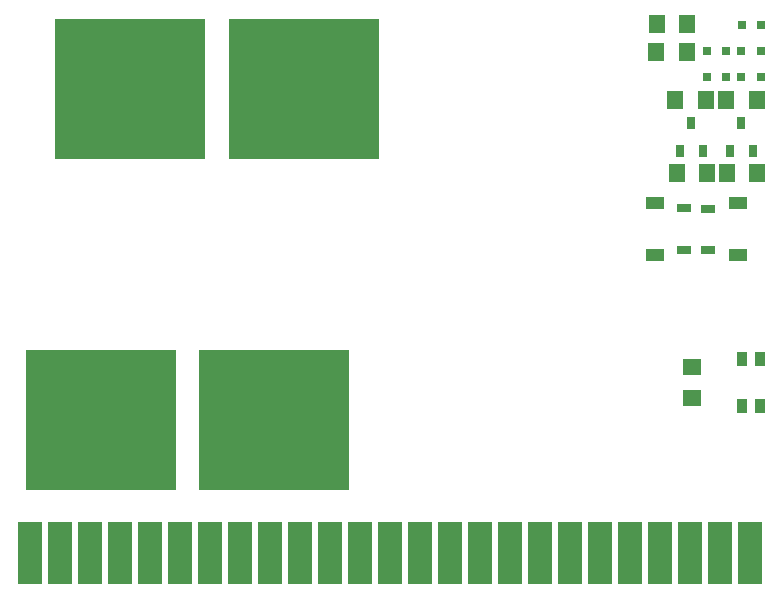
<source format=gbr>
%TF.GenerationSoftware,KiCad,Pcbnew,(5.1.10)-1*%
%TF.CreationDate,2022-09-23T13:33:22+09:00*%
%TF.ProjectId,(KiCad)DriveUnit_B-series(ver2.0),284b6943-6164-4294-9472-697665556e69,rev?*%
%TF.SameCoordinates,Original*%
%TF.FileFunction,Paste,Top*%
%TF.FilePolarity,Positive*%
%FSLAX46Y46*%
G04 Gerber Fmt 4.6, Leading zero omitted, Abs format (unit mm)*
G04 Created by KiCad (PCBNEW (5.1.10)-1) date 2022-09-23 13:33:22*
%MOMM*%
%LPD*%
G01*
G04 APERTURE LIST*
%ADD10R,12.700000X11.938000*%
%ADD11R,1.220000X0.780000*%
%ADD12R,2.000000X5.300000*%
%ADD13R,0.800000X0.800000*%
%ADD14R,1.650000X1.400000*%
%ADD15R,1.400000X1.650000*%
%ADD16R,1.600000X1.050000*%
%ADD17R,0.900000X1.200000*%
%ADD18R,0.800000X1.000000*%
G04 APERTURE END LIST*
D10*
%TO.C,HA*%
X126461100Y-86868200D03*
%TD*%
%TO.C,HB*%
X141161100Y-86858200D03*
%TD*%
%TO.C,LA*%
X123961100Y-114859000D03*
%TD*%
%TO.C,LB*%
X138661100Y-114859000D03*
%TD*%
D11*
%TO.C,D4*%
X173391100Y-100423600D03*
X173391100Y-96943600D03*
%TD*%
%TO.C,D5*%
X175391100Y-100443600D03*
X175391100Y-96963600D03*
%TD*%
D12*
%TO.C,EDGE1*%
X178981100Y-126153600D03*
X176441100Y-126153600D03*
X173901100Y-126153600D03*
X171361100Y-126153600D03*
X168821100Y-126153600D03*
X166281100Y-126153600D03*
X163741100Y-126153600D03*
X161201100Y-126153600D03*
X158661100Y-126153600D03*
X156121100Y-126153600D03*
X153581100Y-126153600D03*
X151041100Y-126153600D03*
X148501100Y-126153600D03*
X145961100Y-126153600D03*
X143421100Y-126153600D03*
X140881100Y-126153600D03*
X138341100Y-126153600D03*
X135801100Y-126153600D03*
X133261100Y-126153600D03*
X130721100Y-126153600D03*
X128181100Y-126153600D03*
X125641100Y-126153600D03*
X123101100Y-126153600D03*
X120561100Y-126153600D03*
X118021100Y-126153600D03*
%TD*%
D13*
%TO.C,LED1*%
X176911100Y-83633600D03*
X175261100Y-83633600D03*
%TD*%
%TO.C,LED2*%
X179851100Y-83633600D03*
X178201100Y-83633600D03*
%TD*%
%TO.C,LED3*%
X178231100Y-81373600D03*
X179881100Y-81373600D03*
%TD*%
%TO.C,LED4*%
X176911100Y-85853600D03*
X175261100Y-85853600D03*
%TD*%
%TO.C,LED5*%
X179851100Y-85853600D03*
X178201100Y-85853600D03*
%TD*%
D14*
%TO.C,R11*%
X174060000Y-110383600D03*
X174060000Y-112983600D03*
%TD*%
D15*
%TO.C,R22*%
X173641100Y-81353600D03*
X171041100Y-81353600D03*
%TD*%
%TO.C,R3*%
X173611100Y-83663600D03*
X171011100Y-83663600D03*
%TD*%
%TO.C,R4*%
X175321100Y-93953600D03*
X172721100Y-93953600D03*
%TD*%
%TO.C,R5*%
X176951100Y-93953600D03*
X179551100Y-93953600D03*
%TD*%
%TO.C,R7*%
X172601100Y-87803600D03*
X175201100Y-87803600D03*
%TD*%
%TO.C,R8*%
X179521100Y-87803600D03*
X176921100Y-87803600D03*
%TD*%
D16*
%TO.C,SA*%
X170901100Y-96463600D03*
X170901100Y-100913600D03*
%TD*%
%TO.C,SB*%
X177921100Y-100893600D03*
X177921100Y-96443600D03*
%TD*%
D17*
%TO.C,RESET*%
X178301100Y-113683600D03*
X178301100Y-109683600D03*
X179801100Y-109683600D03*
X179801100Y-113683600D03*
%TD*%
D18*
%TO.C,TR1*%
X173970000Y-89700000D03*
X173020000Y-92100000D03*
X174920000Y-92100000D03*
%TD*%
%TO.C,TR2*%
X178211100Y-89700000D03*
X177261100Y-92100000D03*
X179161100Y-92100000D03*
%TD*%
M02*

</source>
